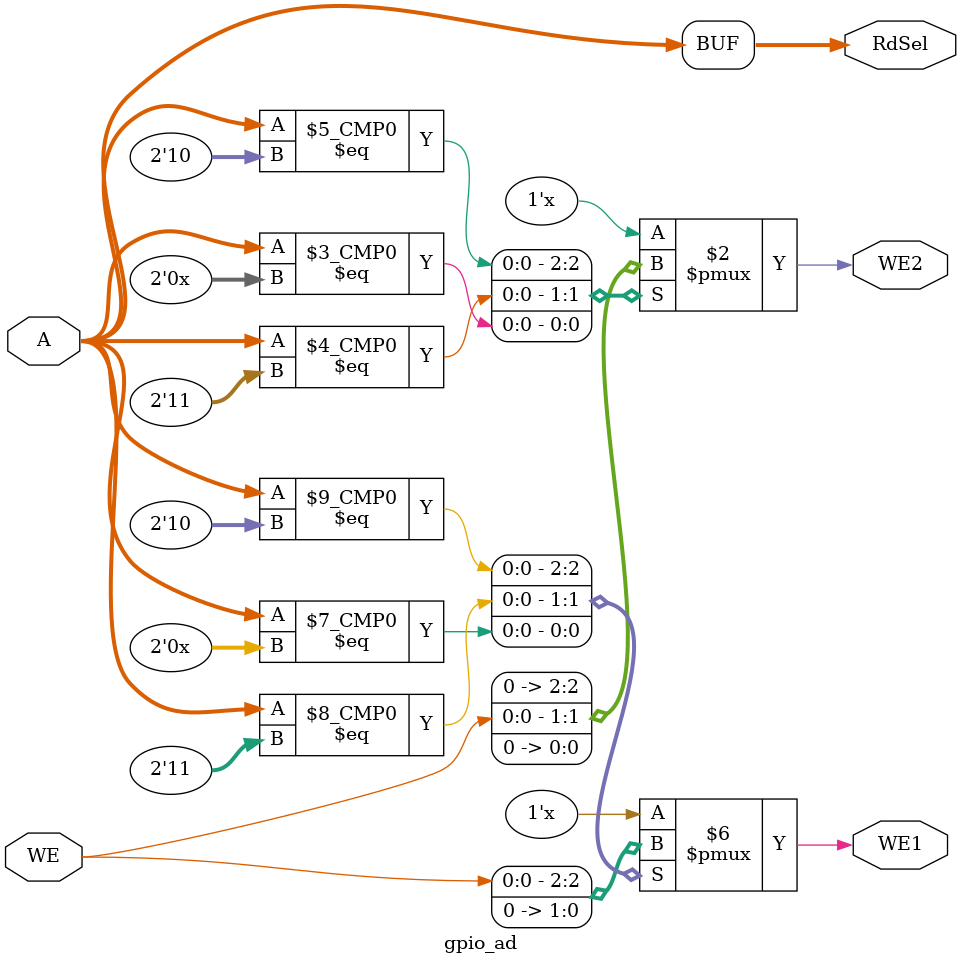
<source format=v>
module gpio_ad(
    input   wire [1:0]  A,
    input   wire        WE,
    output  reg         WE1,
    output  reg         WE2,
    output  wire [1:0]  RdSel
    );
    
always @ (*) begin
    case (A)
        2'b10: begin
            WE1 = WE;
            WE2 = 1'b0;
        end
        2'b11: begin
            WE1 = 1'b0;
            WE2 = WE;
        end
        2'b0x: begin
            WE1 = 1'b0;
            WE2 = 1'b0;
        end
        
        default: begin
            WE1 = 1'bx;
            WE2 = 1'bx;
        end
        
     endcase
end
    
assign RdSel = A;
    
endmodule

</source>
